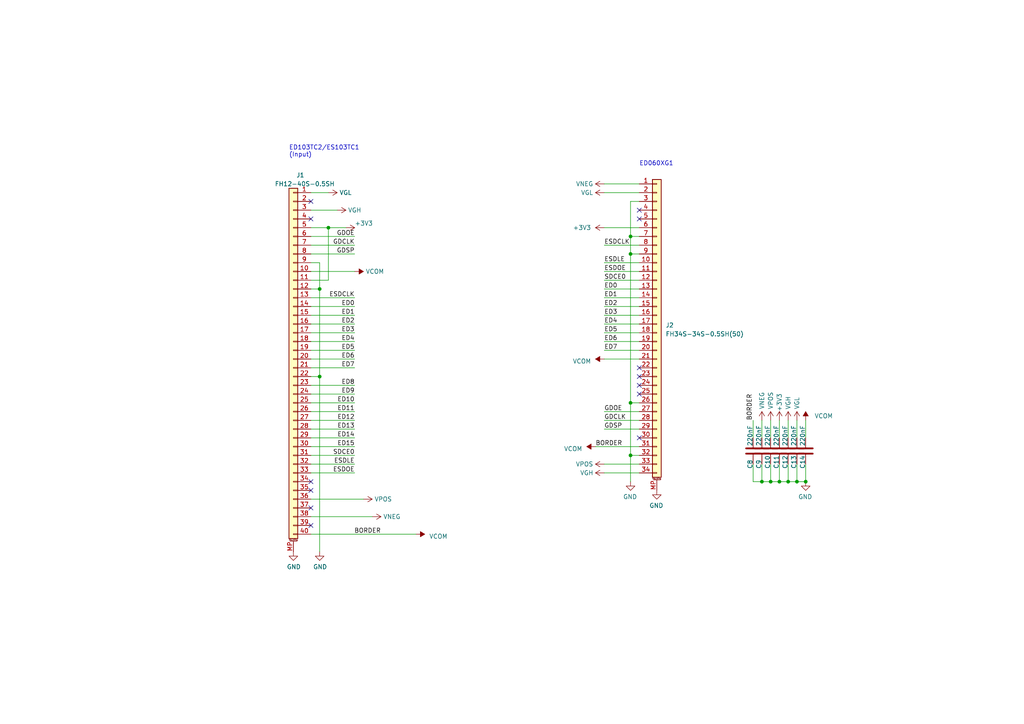
<source format=kicad_sch>
(kicad_sch (version 20211123) (generator eeschema)
  (paper "A4")
  (lib_symbols
    (symbol "Connector_Generic_MountingPin:Conn_01x34_MountingPin" (pin_names (offset 1.016) hide)
      (property "Reference" "J" (at 0 43.18 0))
      (property "Value" "Conn_01x34_MountingPin" (at 1.27 -45.72 0))
      (symbol "Conn_01x34_MountingPin_1_1"
        (rectangle (start -1.27 -43.053) (end 0 -43.307) (stroke (width 0.1524)))
        (rectangle (start -1.27 -40.513) (end 0 -40.767) (stroke (width 0.1524)))
        (rectangle (start -1.27 -37.973) (end 0 -38.227) (stroke (width 0.1524)))
        (rectangle (start -1.27 -35.433) (end 0 -35.687) (stroke (width 0.1524)))
        (rectangle (start -1.27 -32.893) (end 0 -33.147) (stroke (width 0.1524)))
        (rectangle (start -1.27 -30.353) (end 0 -30.607) (stroke (width 0.1524)))
        (rectangle (start -1.27 -27.813) (end 0 -28.067) (stroke (width 0.1524)))
        (rectangle (start -1.27 -25.273) (end 0 -25.527) (stroke (width 0.1524)))
        (rectangle (start -1.27 -22.733) (end 0 -22.987) (stroke (width 0.1524)))
        (rectangle (start -1.27 -20.193) (end 0 -20.447) (stroke (width 0.1524)))
        (rectangle (start -1.27 -17.653) (end 0 -17.907) (stroke (width 0.1524)))
        (rectangle (start -1.27 -15.113) (end 0 -15.367) (stroke (width 0.1524)))
        (rectangle (start -1.27 -12.573) (end 0 -12.827) (stroke (width 0.1524)))
        (rectangle (start -1.27 -10.033) (end 0 -10.287) (stroke (width 0.1524)))
        (rectangle (start -1.27 -7.493) (end 0 -7.747) (stroke (width 0.1524)))
        (rectangle (start -1.27 -4.953) (end 0 -5.207) (stroke (width 0.1524)))
        (rectangle (start -1.27 -2.413) (end 0 -2.667) (stroke (width 0.1524)))
        (rectangle (start -1.27 0.127) (end 0 -0.127) (stroke (width 0.1524)))
        (rectangle (start -1.27 2.667) (end 0 2.413) (stroke (width 0.1524)))
        (rectangle (start -1.27 5.207) (end 0 4.953) (stroke (width 0.1524)))
        (rectangle (start -1.27 7.747) (end 0 7.493) (stroke (width 0.1524)))
        (rectangle (start -1.27 10.287) (end 0 10.033) (stroke (width 0.1524)))
        (rectangle (start -1.27 12.827) (end 0 12.573) (stroke (width 0.1524)))
        (rectangle (start -1.27 15.367) (end 0 15.113) (stroke (width 0.1524)))
        (rectangle (start -1.27 17.907) (end 0 17.653) (stroke (width 0.1524)))
        (rectangle (start -1.27 20.447) (end 0 20.193) (stroke (width 0.1524)))
        (rectangle (start -1.27 22.987) (end 0 22.733) (stroke (width 0.1524)))
        (rectangle (start -1.27 25.527) (end 0 25.273) (stroke (width 0.1524)))
        (rectangle (start -1.27 28.067) (end 0 27.813) (stroke (width 0.1524)))
        (rectangle (start -1.27 30.607) (end 0 30.353) (stroke (width 0.1524)))
        (rectangle (start -1.27 33.147) (end 0 32.893) (stroke (width 0.1524)))
        (rectangle (start -1.27 35.687) (end 0 35.433) (stroke (width 0.1524)))
        (rectangle (start -1.27 38.227) (end 0 37.973) (stroke (width 0.1524)))
        (rectangle (start -1.27 40.767) (end 0 40.513) (stroke (width 0.1524)))
        (rectangle (start -1.27 41.91) (end 1.27 -44.45) (stroke (width 0.254)) (fill (type background)))
        (polyline (pts (xy -1.016 -45.212) (xy 1.016 -45.212)) (stroke (width 0.1524)))
        (text "Mounting" (at 0 -44.831 0) (effects (font (size 0.381 0.381))))
        (pin passive line (at -5.08 40.64 0) (length 3.81) (name "Pin_1") (number "1"))
        (pin passive line (at -5.08 17.78 0) (length 3.81) (name "Pin_10") (number "10"))
        (pin passive line (at -5.08 15.24 0) (length 3.81) (name "Pin_11") (number "11"))
        (pin passive line (at -5.08 12.7 0) (length 3.81) (name "Pin_12") (number "12"))
        (pin passive line (at -5.08 10.16 0) (length 3.81) (name "Pin_13") (number "13"))
        (pin passive line (at -5.08 7.62 0) (length 3.81) (name "Pin_14") (number "14"))
        (pin passive line (at -5.08 5.08 0) (length 3.81) (name "Pin_15") (number "15"))
        (pin passive line (at -5.08 2.54 0) (length 3.81) (name "Pin_16") (number "16"))
        (pin passive line (at -5.08 0 0) (length 3.81) (name "Pin_17") (number "17"))
        (pin passive line (at -5.08 -2.54 0) (length 3.81) (name "Pin_18") (number "18"))
        (pin passive line (at -5.08 -5.08 0) (length 3.81) (name "Pin_19") (number "19"))
        (pin passive line (at -5.08 38.1 0) (length 3.81) (name "Pin_2") (number "2"))
        (pin passive line (at -5.08 -7.62 0) (length 3.81) (name "Pin_20") (number "20"))
        (pin passive line (at -5.08 -10.16 0) (length 3.81) (name "Pin_21") (number "21"))
        (pin passive line (at -5.08 -12.7 0) (length 3.81) (name "Pin_22") (number "22"))
        (pin passive line (at -5.08 -15.24 0) (length 3.81) (name "Pin_23") (number "23"))
        (pin passive line (at -5.08 -17.78 0) (length 3.81) (name "Pin_24") (number "24"))
        (pin passive line (at -5.08 -20.32 0) (length 3.81) (name "Pin_25") (number "25"))
        (pin passive line (at -5.08 -22.86 0) (length 3.81) (name "Pin_26") (number "26"))
        (pin passive line (at -5.08 -25.4 0) (length 3.81) (name "Pin_27") (number "27"))
        (pin passive line (at -5.08 -27.94 0) (length 3.81) (name "Pin_28") (number "28"))
        (pin passive line (at -5.08 -30.48 0) (length 3.81) (name "Pin_29") (number "29"))
        (pin passive line (at -5.08 35.56 0) (length 3.81) (name "Pin_3") (number "3"))
        (pin passive line (at -5.08 -33.02 0) (length 3.81) (name "Pin_30") (number "30"))
        (pin passive line (at -5.08 -35.56 0) (length 3.81) (name "Pin_31") (number "31"))
        (pin passive line (at -5.08 -38.1 0) (length 3.81) (name "Pin_32") (number "32"))
        (pin passive line (at -5.08 -40.64 0) (length 3.81) (name "Pin_33") (number "33"))
        (pin passive line (at -5.08 -43.18 0) (length 3.81) (name "Pin_34") (number "34"))
        (pin passive line (at -5.08 33.02 0) (length 3.81) (name "Pin_4") (number "4"))
        (pin passive line (at -5.08 30.48 0) (length 3.81) (name "Pin_5") (number "5"))
        (pin passive line (at -5.08 27.94 0) (length 3.81) (name "Pin_6") (number "6"))
        (pin passive line (at -5.08 25.4 0) (length 3.81) (name "Pin_7") (number "7"))
        (pin passive line (at -5.08 22.86 0) (length 3.81) (name "Pin_8") (number "8"))
        (pin passive line (at -5.08 20.32 0) (length 3.81) (name "Pin_9") (number "9"))
        (pin passive line (at 0 -48.26 90) (length 3.048) (name "MountPin") (number "MP"))
      )
    )
    (symbol "Connector_Generic_MountingPin:Conn_01x40_MountingPin" (pin_names (offset 1.016) hide)
      (property "Reference" "J" (at 0 50.8 0))
      (property "Value" "Conn_01x40_MountingPin" (at 1.27 -53.34 0))
      (symbol "Conn_01x40_MountingPin_1_1"
        (rectangle (start -1.27 -50.673) (end 0 -50.927) (stroke (width 0.1524)))
        (rectangle (start -1.27 -48.133) (end 0 -48.387) (stroke (width 0.1524)))
        (rectangle (start -1.27 -45.593) (end 0 -45.847) (stroke (width 0.1524)))
        (rectangle (start -1.27 -43.053) (end 0 -43.307) (stroke (width 0.1524)))
        (rectangle (start -1.27 -40.513) (end 0 -40.767) (stroke (width 0.1524)))
        (rectangle (start -1.27 -37.973) (end 0 -38.227) (stroke (width 0.1524)))
        (rectangle (start -1.27 -35.433) (end 0 -35.687) (stroke (width 0.1524)))
        (rectangle (start -1.27 -32.893) (end 0 -33.147) (stroke (width 0.1524)))
        (rectangle (start -1.27 -30.353) (end 0 -30.607) (stroke (width 0.1524)))
        (rectangle (start -1.27 -27.813) (end 0 -28.067) (stroke (width 0.1524)))
        (rectangle (start -1.27 -25.273) (end 0 -25.527) (stroke (width 0.1524)))
        (rectangle (start -1.27 -22.733) (end 0 -22.987) (stroke (width 0.1524)))
        (rectangle (start -1.27 -20.193) (end 0 -20.447) (stroke (width 0.1524)))
        (rectangle (start -1.27 -17.653) (end 0 -17.907) (stroke (width 0.1524)))
        (rectangle (start -1.27 -15.113) (end 0 -15.367) (stroke (width 0.1524)))
        (rectangle (start -1.27 -12.573) (end 0 -12.827) (stroke (width 0.1524)))
        (rectangle (start -1.27 -10.033) (end 0 -10.287) (stroke (width 0.1524)))
        (rectangle (start -1.27 -7.493) (end 0 -7.747) (stroke (width 0.1524)))
        (rectangle (start -1.27 -4.953) (end 0 -5.207) (stroke (width 0.1524)))
        (rectangle (start -1.27 -2.413) (end 0 -2.667) (stroke (width 0.1524)))
        (rectangle (start -1.27 0.127) (end 0 -0.127) (stroke (width 0.1524)))
        (rectangle (start -1.27 2.667) (end 0 2.413) (stroke (width 0.1524)))
        (rectangle (start -1.27 5.207) (end 0 4.953) (stroke (width 0.1524)))
        (rectangle (start -1.27 7.747) (end 0 7.493) (stroke (width 0.1524)))
        (rectangle (start -1.27 10.287) (end 0 10.033) (stroke (width 0.1524)))
        (rectangle (start -1.27 12.827) (end 0 12.573) (stroke (width 0.1524)))
        (rectangle (start -1.27 15.367) (end 0 15.113) (stroke (width 0.1524)))
        (rectangle (start -1.27 17.907) (end 0 17.653) (stroke (width 0.1524)))
        (rectangle (start -1.27 20.447) (end 0 20.193) (stroke (width 0.1524)))
        (rectangle (start -1.27 22.987) (end 0 22.733) (stroke (width 0.1524)))
        (rectangle (start -1.27 25.527) (end 0 25.273) (stroke (width 0.1524)))
        (rectangle (start -1.27 28.067) (end 0 27.813) (stroke (width 0.1524)))
        (rectangle (start -1.27 30.607) (end 0 30.353) (stroke (width 0.1524)))
        (rectangle (start -1.27 33.147) (end 0 32.893) (stroke (width 0.1524)))
        (rectangle (start -1.27 35.687) (end 0 35.433) (stroke (width 0.1524)))
        (rectangle (start -1.27 38.227) (end 0 37.973) (stroke (width 0.1524)))
        (rectangle (start -1.27 40.767) (end 0 40.513) (stroke (width 0.1524)))
        (rectangle (start -1.27 43.307) (end 0 43.053) (stroke (width 0.1524)))
        (rectangle (start -1.27 45.847) (end 0 45.593) (stroke (width 0.1524)))
        (rectangle (start -1.27 48.387) (end 0 48.133) (stroke (width 0.1524)))
        (rectangle (start -1.27 49.53) (end 1.27 -52.07) (stroke (width 0.254)) (fill (type background)))
        (polyline (pts (xy -1.016 -52.832) (xy 1.016 -52.832)) (stroke (width 0.1524)))
        (text "Mounting" (at 0 -52.451 0) (effects (font (size 0.381 0.381))))
        (pin passive line (at -5.08 48.26 0) (length 3.81) (name "Pin_1") (number "1"))
        (pin passive line (at -5.08 25.4 0) (length 3.81) (name "Pin_10") (number "10"))
        (pin passive line (at -5.08 22.86 0) (length 3.81) (name "Pin_11") (number "11"))
        (pin passive line (at -5.08 20.32 0) (length 3.81) (name "Pin_12") (number "12"))
        (pin passive line (at -5.08 17.78 0) (length 3.81) (name "Pin_13") (number "13"))
        (pin passive line (at -5.08 15.24 0) (length 3.81) (name "Pin_14") (number "14"))
        (pin passive line (at -5.08 12.7 0) (length 3.81) (name "Pin_15") (number "15"))
        (pin passive line (at -5.08 10.16 0) (length 3.81) (name "Pin_16") (number "16"))
        (pin passive line (at -5.08 7.62 0) (length 3.81) (name "Pin_17") (number "17"))
        (pin passive line (at -5.08 5.08 0) (length 3.81) (name "Pin_18") (number "18"))
        (pin passive line (at -5.08 2.54 0) (length 3.81) (name "Pin_19") (number "19"))
        (pin passive line (at -5.08 45.72 0) (length 3.81) (name "Pin_2") (number "2"))
        (pin passive line (at -5.08 0 0) (length 3.81) (name "Pin_20") (number "20"))
        (pin passive line (at -5.08 -2.54 0) (length 3.81) (name "Pin_21") (number "21"))
        (pin passive line (at -5.08 -5.08 0) (length 3.81) (name "Pin_22") (number "22"))
        (pin passive line (at -5.08 -7.62 0) (length 3.81) (name "Pin_23") (number "23"))
        (pin passive line (at -5.08 -10.16 0) (length 3.81) (name "Pin_24") (number "24"))
        (pin passive line (at -5.08 -12.7 0) (length 3.81) (name "Pin_25") (number "25"))
        (pin passive line (at -5.08 -15.24 0) (length 3.81) (name "Pin_26") (number "26"))
        (pin passive line (at -5.08 -17.78 0) (length 3.81) (name "Pin_27") (number "27"))
        (pin passive line (at -5.08 -20.32 0) (length 3.81) (name "Pin_28") (number "28"))
        (pin passive line (at -5.08 -22.86 0) (length 3.81) (name "Pin_29") (number "29"))
        (pin passive line (at -5.08 43.18 0) (length 3.81) (name "Pin_3") (number "3"))
        (pin passive line (at -5.08 -25.4 0) (length 3.81) (name "Pin_30") (number "30"))
        (pin passive line (at -5.08 -27.94 0) (length 3.81) (name "Pin_31") (number "31"))
        (pin passive line (at -5.08 -30.48 0) (length 3.81) (name "Pin_32") (number "32"))
        (pin passive line (at -5.08 -33.02 0) (length 3.81) (name "Pin_33") (number "33"))
        (pin passive line (at -5.08 -35.56 0) (length 3.81) (name "Pin_34") (number "34"))
        (pin passive line (at -5.08 -38.1 0) (length 3.81) (name "Pin_35") (number "35"))
        (pin passive line (at -5.08 -40.64 0) (length 3.81) (name "Pin_36") (number "36"))
        (pin passive line (at -5.08 -43.18 0) (length 3.81) (name "Pin_37") (number "37"))
        (pin passive line (at -5.08 -45.72 0) (length 3.81) (name "Pin_38") (number "38"))
        (pin passive line (at -5.08 -48.26 0) (length 3.81) (name "Pin_39") (number "39"))
        (pin passive line (at -5.08 40.64 0) (length 3.81) (name "Pin_4") (number "4"))
        (pin passive line (at -5.08 -50.8 0) (length 3.81) (name "Pin_40") (number "40"))
        (pin passive line (at -5.08 38.1 0) (length 3.81) (name "Pin_5") (number "5"))
        (pin passive line (at -5.08 35.56 0) (length 3.81) (name "Pin_6") (number "6"))
        (pin passive line (at -5.08 33.02 0) (length 3.81) (name "Pin_7") (number "7"))
        (pin passive line (at -5.08 30.48 0) (length 3.81) (name "Pin_8") (number "8"))
        (pin passive line (at -5.08 27.94 0) (length 3.81) (name "Pin_9") (number "9"))
        (pin passive line (at 0 -55.88 90) (length 3.048) (name "MountPin") (number "MP"))
      )
    )
    (symbol "Device:C" (pin_numbers hide) (pin_names (offset 0.254))
      (property "Reference" "C" (at 0.635 2.54 0))
      (property "Value" "C" (at 0.635 -2.54 0))
      (symbol "C_0_1"
        (polyline (pts (xy -2.032 -0.762) (xy 2.032 -0.762)) (stroke (width 0.508)))
        (polyline (pts (xy -2.032 0.762) (xy 2.032 0.762)) (stroke (width 0.508)))
      )
      (symbol "C_1_1"
        (pin passive line (at 0 3.81 270) (length 2.794) (name "~") (number "1"))
        (pin passive line (at 0 -3.81 90) (length 2.794) (name "~") (number "2"))
      )
    )
    (symbol "power:+3V3" (power) (pin_names (offset 0))
      (property "Value" "+3V3" (at 0 3.556 0))
      (symbol "+3V3_0_1"
        (polyline (pts (xy -0.762 1.27) (xy 0 2.54)))
        (polyline (pts (xy 0 0) (xy 0 2.54)))
        (polyline (pts (xy 0 2.54) (xy 0.762 1.27)))
      )
      (symbol "+3V3_1_1"
        (pin power_in line (at 0 0 90) (length 0) hide (name "+3V3") (number "1"))
      )
    )
    (symbol "power:GND" (power) (pin_names (offset 0))
      (property "Value" "GND" (at 0 -3.81 0))
      (symbol "GND_0_1"
        (polyline (pts (xy 0 0) (xy 0 -1.27) (xy 1.27 -1.27) (xy 0 -2.54) (xy -1.27 -1.27) (xy 0 -1.27)))
      )
      (symbol "GND_1_1"
        (pin power_in line (at 0 0 270) (length 0) hide (name "GND") (number "1"))
      )
    )
    (symbol "power:VCOM" (power) (pin_names (offset 0))
      (property "Value" "VCOM" (at 0 3.81 0))
      (symbol "VCOM_0_1"
        (polyline (pts (xy 0 0) (xy 0 2.54)))
        (polyline (pts (xy 0.762 1.27) (xy -0.762 1.27) (xy 0 2.54) (xy 0.762 1.27)) (fill (type outline)))
      )
      (symbol "VCOM_1_1"
        (pin power_in line (at 0 0 90) (length 0) hide (name "VCOM") (number "1"))
      )
    )
    (symbol "symbols:VGH" (power) (pin_names (offset 0))
      (property "Value" "VGH" (at 0 3.556 0))
      (symbol "VGH_0_1"
        (polyline (pts (xy -0.762 1.27) (xy 0 2.54)))
        (polyline (pts (xy 0 0) (xy 0 2.54)))
        (polyline (pts (xy 0 2.54) (xy 0.762 1.27)))
      )
      (symbol "VGH_1_1"
        (pin power_in line (at 0 0 90) (length 0) hide (name "VGH") (number "1"))
      )
    )
    (symbol "symbols:VGL" (power) (pin_names (offset 0))
      (property "Value" "VGL" (at 0 3.556 0))
      (symbol "VGL_0_1"
        (polyline (pts (xy -0.762 1.27) (xy 0 2.54)))
        (polyline (pts (xy 0 0) (xy 0 2.54)))
        (polyline (pts (xy 0 2.54) (xy 0.762 1.27)))
      )
      (symbol "VGL_1_1"
        (pin power_in line (at 0 0 90) (length 0) hide (name "VGL") (number "1"))
      )
    )
    (symbol "symbols:VNEG" (power) (pin_names (offset 0))
      (property "Value" "VNEG" (at 0 3.556 0))
      (symbol "VNEG_0_1"
        (polyline (pts (xy -0.762 1.27) (xy 0 2.54)))
        (polyline (pts (xy 0 0) (xy 0 2.54)))
        (polyline (pts (xy 0 2.54) (xy 0.762 1.27)))
      )
      (symbol "VNEG_1_1"
        (pin power_in line (at 0 0 90) (length 0) hide (name "VNEG") (number "1"))
      )
    )
    (symbol "symbols:VPOS" (power) (pin_names (offset 0))
      (property "Value" "VPOS" (at 0 3.556 0))
      (symbol "VPOS_0_1"
        (polyline (pts (xy -0.762 1.27) (xy 0 2.54)))
        (polyline (pts (xy 0 0) (xy 0 2.54)))
        (polyline (pts (xy 0 2.54) (xy 0.762 1.27)))
      )
      (symbol "VPOS_1_1"
        (pin power_in line (at 0 0 90) (length 0) hide (name "VPOS") (number "1"))
      )
    )
  )
  (junction (at 226.06 139.7) (diameter 0.9144))
  (junction (at 228.6 139.7) (diameter 0.9144))
  (junction (at 182.88 73.66))
  (junction (at 233.68 139.7) (diameter 0.9144))
  (junction (at 182.88 68.58))
  (junction (at 220.98 139.7) (diameter 0.9144))
  (junction (at 92.71 83.82) (diameter 0.9144))
  (junction (at 223.52 139.7) (diameter 0.9144))
  (junction (at 95.25 66.04))
  (junction (at 182.88 132.08))
  (junction (at 92.71 109.22) (diameter 0.9144))
  (junction (at 231.14 139.7) (diameter 0.9144))
  (junction (at 182.88 116.84))
  (no_connect (at 185.42 127))
  (no_connect (at 90.17 139.7))
  (no_connect (at 185.42 114.3))
  (no_connect (at 185.42 111.76))
  (no_connect (at 185.42 109.22))
  (no_connect (at 185.42 106.68))
  (no_connect (at 90.17 147.32))
  (no_connect (at 185.42 63.5))
  (no_connect (at 185.42 60.96))
  (no_connect (at 90.17 58.42))
  (no_connect (at 90.17 142.24))
  (no_connect (at 90.17 152.4))
  (no_connect (at 90.17 63.5))
  (wire (pts (xy 218.44 139.7) (xy 220.98 139.7)))
  (wire (pts (xy 175.26 104.14) (xy 185.42 104.14)))
  (wire (pts (xy 107.95 149.86) (xy 90.17 149.86)))
  (wire (pts (xy 182.88 73.66) (xy 185.42 73.66)))
  (wire (pts (xy 90.17 88.9) (xy 102.87 88.9)))
  (wire (pts (xy 231.14 139.7) (xy 233.68 139.7)))
  (wire (pts (xy 90.17 91.44) (xy 102.87 91.44)))
  (wire (pts (xy 233.68 134.62) (xy 233.68 139.7)))
  (wire (pts (xy 182.88 132.08) (xy 182.88 139.7)))
  (wire (pts (xy 90.17 124.46) (xy 102.87 124.46)))
  (wire (pts (xy 90.17 154.94) (xy 120.65 154.94)))
  (wire (pts (xy 90.17 104.14) (xy 102.87 104.14)))
  (wire (pts (xy 218.44 134.62) (xy 218.44 139.7)))
  (wire (pts (xy 90.17 129.54) (xy 102.87 129.54)))
  (wire (pts (xy 175.26 83.82) (xy 185.42 83.82)))
  (wire (pts (xy 228.6 121.92) (xy 228.6 127)))
  (wire (pts (xy 95.25 81.28) (xy 90.17 81.28)))
  (wire (pts (xy 90.17 116.84) (xy 102.87 116.84)))
  (wire (pts (xy 90.17 111.76) (xy 102.87 111.76)))
  (wire (pts (xy 175.26 101.6) (xy 185.42 101.6)))
  (wire (pts (xy 175.26 71.12) (xy 185.42 71.12)))
  (wire (pts (xy 185.42 58.42) (xy 182.88 58.42)))
  (wire (pts (xy 175.26 96.52) (xy 185.42 96.52)))
  (wire (pts (xy 90.17 86.36) (xy 102.87 86.36)))
  (wire (pts (xy 228.6 134.62) (xy 228.6 139.7)))
  (wire (pts (xy 226.06 134.62) (xy 226.06 139.7)))
  (wire (pts (xy 175.26 76.2) (xy 185.42 76.2)))
  (wire (pts (xy 185.42 121.92) (xy 175.26 121.92)))
  (wire (pts (xy 90.17 137.16) (xy 102.87 137.16)))
  (wire (pts (xy 90.17 132.08) (xy 102.87 132.08)))
  (wire (pts (xy 226.06 121.92) (xy 226.06 127)))
  (wire (pts (xy 95.25 55.88) (xy 90.17 55.88)))
  (wire (pts (xy 172.72 129.54) (xy 185.42 129.54)))
  (wire (pts (xy 218.44 121.92) (xy 218.44 127)))
  (wire (pts (xy 175.26 91.44) (xy 185.42 91.44)))
  (wire (pts (xy 90.17 134.62) (xy 102.87 134.62)))
  (wire (pts (xy 90.17 101.6) (xy 102.87 101.6)))
  (wire (pts (xy 220.98 139.7) (xy 223.52 139.7)))
  (wire (pts (xy 92.71 83.82) (xy 90.17 83.82)))
  (wire (pts (xy 185.42 119.38) (xy 175.26 119.38)))
  (wire (pts (xy 175.26 66.04) (xy 185.42 66.04)))
  (wire (pts (xy 105.41 144.78) (xy 90.17 144.78)))
  (wire (pts (xy 92.71 76.2) (xy 92.71 83.82)))
  (wire (pts (xy 90.17 76.2) (xy 92.71 76.2)))
  (wire (pts (xy 220.98 121.92) (xy 220.98 127)))
  (wire (pts (xy 95.25 66.04) (xy 95.25 81.28)))
  (wire (pts (xy 182.88 73.66) (xy 182.88 116.84)))
  (wire (pts (xy 90.17 96.52) (xy 102.87 96.52)))
  (wire (pts (xy 223.52 139.7) (xy 226.06 139.7)))
  (wire (pts (xy 90.17 106.68) (xy 102.87 106.68)))
  (wire (pts (xy 231.14 134.62) (xy 231.14 139.7)))
  (wire (pts (xy 182.88 68.58) (xy 185.42 68.58)))
  (wire (pts (xy 182.88 132.08) (xy 185.42 132.08)))
  (wire (pts (xy 175.26 55.88) (xy 185.42 55.88)))
  (wire (pts (xy 102.87 78.74) (xy 90.17 78.74)))
  (wire (pts (xy 185.42 124.46) (xy 175.26 124.46)))
  (wire (pts (xy 90.17 114.3) (xy 102.87 114.3)))
  (wire (pts (xy 175.26 137.16) (xy 185.42 137.16)))
  (wire (pts (xy 175.26 99.06) (xy 185.42 99.06)))
  (wire (pts (xy 97.79 60.96) (xy 90.17 60.96)))
  (wire (pts (xy 175.26 78.74) (xy 185.42 78.74)))
  (wire (pts (xy 175.26 86.36) (xy 185.42 86.36)))
  (wire (pts (xy 220.98 134.62) (xy 220.98 139.7)))
  (wire (pts (xy 90.17 121.92) (xy 102.87 121.92)))
  (wire (pts (xy 175.26 88.9) (xy 185.42 88.9)))
  (wire (pts (xy 233.68 121.92) (xy 233.68 127)))
  (wire (pts (xy 231.14 121.92) (xy 231.14 127)))
  (wire (pts (xy 100.33 66.04) (xy 95.25 66.04)))
  (wire (pts (xy 228.6 139.7) (xy 231.14 139.7)))
  (wire (pts (xy 90.17 71.12) (xy 102.87 71.12)))
  (wire (pts (xy 182.88 116.84) (xy 182.88 132.08)))
  (wire (pts (xy 90.17 73.66) (xy 102.87 73.66)))
  (wire (pts (xy 223.52 121.92) (xy 223.52 127)))
  (wire (pts (xy 92.71 83.82) (xy 92.71 109.22)))
  (wire (pts (xy 92.71 109.22) (xy 92.71 160.02)))
  (wire (pts (xy 175.26 134.62) (xy 185.42 134.62)))
  (wire (pts (xy 90.17 119.38) (xy 102.87 119.38)))
  (wire (pts (xy 223.52 134.62) (xy 223.52 139.7)))
  (wire (pts (xy 226.06 139.7) (xy 228.6 139.7)))
  (wire (pts (xy 175.26 81.28) (xy 185.42 81.28)))
  (wire (pts (xy 92.71 109.22) (xy 90.17 109.22)))
  (wire (pts (xy 175.26 93.98) (xy 185.42 93.98)))
  (wire (pts (xy 90.17 68.58) (xy 102.87 68.58)))
  (wire (pts (xy 90.17 99.06) (xy 102.87 99.06)))
  (wire (pts (xy 95.25 66.04) (xy 90.17 66.04)))
  (wire (pts (xy 182.88 116.84) (xy 185.42 116.84)))
  (wire (pts (xy 90.17 127) (xy 102.87 127)))
  (wire (pts (xy 90.17 93.98) (xy 102.87 93.98)))
  (wire (pts (xy 182.88 58.42) (xy 182.88 68.58)))
  (wire (pts (xy 182.88 68.58) (xy 182.88 73.66)))
  (wire (pts (xy 175.26 53.34) (xy 185.42 53.34)))
  (text "ED103TC2/ES103TC1\n(Input)" (at 83.82 45.72 0) (effects (font (size 1.27 1.27)) (justify left bottom)))
  (text "ED060XG1" (at 185.42 48.26 0) (effects (font (size 1.27 1.27)) (justify left bottom)))
  (label "BORDER" (at 172.72 129.54 0))
  (label "ED10" (at 102.87 116.84 180))
  (label "ED3" (at 175.26 91.44 0))
  (label "ESDOE" (at 102.87 137.16 180))
  (label "ED4" (at 175.26 93.98 0))
  (label "ED2" (at 175.26 88.9 0))
  (label "ED15" (at 102.87 129.54 180))
  (label "GDSP" (at 175.26 124.46 0))
  (label "GDCLK" (at 175.26 121.92 0))
  (label "ED12" (at 102.87 121.92 180))
  (label "ESDOE" (at 175.26 78.74 0))
  (label "ESDCLK" (at 102.87 86.36 180))
  (label "ED2" (at 102.87 93.98 180))
  (label "GDOE" (at 102.87 68.58 180))
  (label "ED7" (at 175.26 101.6 0))
  (label "ED11" (at 102.87 119.38 180))
  (label "ED13" (at 102.87 124.46 180))
  (label "ED5" (at 175.26 96.52 0))
  (label "ED3" (at 102.87 96.52 180))
  (label "ESDLE" (at 175.26 76.2 0))
  (label "ESDCLK" (at 175.26 71.12 0))
  (label "ED4" (at 102.87 99.06 180))
  (label "GDSP" (at 102.87 73.66 180))
  (label "ED1" (at 175.26 86.36 0))
  (label "ED9" (at 102.87 114.3 180))
  (label "ESDLE" (at 102.87 134.62 180))
  (label "ED1" (at 102.87 91.44 180))
  (label "ED14" (at 102.87 127 180))
  (label "SDCE0" (at 102.87 132.08 180))
  (label "GDCLK" (at 102.87 71.12 180))
  (label "ED5" (at 102.87 101.6 180))
  (label "BORDER" (at 110.49 154.94 180))
  (label "SDCE0" (at 175.26 81.28 0))
  (label "ED6" (at 102.87 104.14 180))
  (label "ED0" (at 102.87 88.9 180))
  (label "GDOE" (at 175.26 119.38 0))
  (label "ED6" (at 175.26 99.06 0))
  (label "ED0" (at 175.26 83.82 0))
  (label "ED8" (at 102.87 111.76 180))
  (label "BORDER" (at 218.44 121.92 90))
  (label "ED7" (at 102.87 106.68 180))
  (symbol (lib_id "power:GND") (at 233.68 139.7 0) (mirror y) (unit 1)
    (property "Reference" "#PWR036" (effects hide))
    (property "Value" "GND" (at 233.553 144.0942 0))
  )
  (symbol (lib_id "power:+3V3") (at 175.26 66.04 90) (unit 1)
    (property "Reference" "#PWR023" (effects hide))
    (property "Value" "+3V3" (at 171.45 66.0399 90) (effects (justify left)))
  )
  (symbol (lib_id "Device:C") (at 223.52 130.81 0) (unit 1)
    (property "Reference" "C10" (at 222.631 135.9916 90) (effects (justify left)))
    (property "Value" "220nF" (at 222.631 129.413 90) (effects (justify left)))
    (property "Footprint" "Capacitor_SMD:C_0402_1005Metric" (effects hide))
    (property "LCSC" "C880414" (effects hide))
    (property "Ref.Price" "0.0036" (effects hide))
  )
  (symbol (lib_id "Device:C") (at 231.14 130.81 0) (unit 1)
    (property "Reference" "C13" (at 230.251 135.9916 90) (effects (justify left)))
    (property "Value" "220nF" (at 230.251 129.413 90) (effects (justify left)))
    (property "Footprint" "Capacitor_SMD:C_0402_1005Metric" (effects hide))
    (property "LCSC" "C880414" (effects hide))
    (property "Ref.Price" "0.0036" (effects hide))
  )
  (symbol (lib_id "power:GND") (at 190.5 142.24 0) (mirror y) (unit 1)
    (property "Reference" "#PWR0102" (effects hide))
    (property "Value" "GND" (at 190.373 146.6342 0))
  )
  (symbol (lib_id "Device:C") (at 226.06 130.81 0) (unit 1)
    (property "Reference" "C11" (at 225.171 135.9916 90) (effects (justify left)))
    (property "Value" "220nF" (at 225.171 129.413 90) (effects (justify left)))
    (property "Footprint" "Capacitor_SMD:C_0402_1005Metric" (effects hide))
    (property "LCSC" "C880414" (effects hide))
    (property "Ref.Price" "0.0036" (effects hide))
  )
  (symbol (lib_id "power:+3V3") (at 226.06 121.92 0) (unit 1)
    (property "Reference" "#PWR032" (effects hide))
    (property "Value" "+3V3" (at 226.06 119.3799 90) (effects (justify left)))
  )
  (symbol (lib_id "power:+3V3") (at 100.33 66.04 270) (unit 1)
    (property "Reference" "#PWR0101" (effects hide))
    (property "Value" "+3V3" (at 102.87 64.77 90) (effects (justify left)))
  )
  (symbol (lib_id "Device:C") (at 220.98 130.81 0) (unit 1)
    (property "Reference" "C9" (at 220.091 135.9916 90) (effects (justify left)))
    (property "Value" "220nF" (at 220.091 129.413 90) (effects (justify left)))
    (property "Footprint" "Capacitor_SMD:C_0402_1005Metric" (effects hide))
    (property "LCSC" "C880414" (effects hide))
    (property "Ref.Price" "0.0036" (effects hide))
  )
  (symbol (lib_id "power:VCOM") (at 175.26 104.14 90) (unit 1)
    (property "Reference" "#PWR024" (effects hide))
    (property "Value" "VCOM" (at 171.45 104.7749 90) (effects (justify left)))
  )
  (symbol (lib_id "symbols:VGL") (at 175.26 55.88 90) (unit 1)
    (property "Reference" "#PWR026" (effects hide))
    (property "Value" "VGL" (at 172.085 55.8799 90) (effects (justify left)))
  )
  (symbol (lib_id "symbols:VGH") (at 175.26 137.16 90) (unit 1)
    (property "Reference" "#PWR025" (effects hide))
    (property "Value" "VGH" (at 170.18 137.16 90))
  )
  (symbol (lib_id "power:GND") (at 182.88 139.7 0) (mirror y) (unit 1)
    (property "Reference" "#PWR0103" (effects hide))
    (property "Value" "GND" (at 182.753 144.0942 0))
  )
  (symbol (lib_id "symbols:VGL") (at 95.25 55.88 270) (mirror x) (unit 1)
    (property "Reference" "#PWR03" (effects hide))
    (property "Value" "VGL" (at 98.425 55.8799 90) (effects (justify left)))
  )
  (symbol (lib_id "symbols:VGH") (at 97.79 60.96 270) (mirror x) (unit 1)
    (property "Reference" "#PWR05" (effects hide))
    (property "Value" "VGH" (at 102.87 60.96 90))
  )
  (symbol (lib_id "symbols:VNEG") (at 107.95 149.86 270) (mirror x) (unit 1)
    (property "Reference" "#PWR09" (effects hide))
    (property "Value" "VNEG" (at 113.665 149.86 90))
  )
  (symbol (lib_id "power:VCOM") (at 120.65 154.94 270) (mirror x) (unit 1)
    (property "Reference" "#PWR010" (effects hide))
    (property "Value" "VCOM" (at 124.46 155.5749 90) (effects (justify left)))
  )
  (symbol (lib_id "Device:C") (at 218.44 130.81 0) (unit 1)
    (property "Reference" "C8" (at 217.551 135.9916 90) (effects (justify left)))
    (property "Value" "220nF" (at 217.551 129.413 90) (effects (justify left)))
    (property "Footprint" "Capacitor_SMD:C_0402_1005Metric" (effects hide))
    (property "LCSC" "C880414" (effects hide))
    (property "Ref.Price" "0.0036" (effects hide))
  )
  (symbol (lib_id "symbols:VNEG") (at 220.98 121.92 0) (unit 1)
    (property "Reference" "#PWR030" (effects hide))
    (property "Value" "VNEG" (at 220.98 116.205 90))
  )
  (symbol (lib_id "power:VCOM") (at 172.72 129.54 90) (unit 1)
    (property "Reference" "#PWR020" (effects hide))
    (property "Value" "VCOM" (at 168.91 130.1749 90) (effects (justify left)))
  )
  (symbol (lib_id "symbols:VGH") (at 228.6 121.92 0) (unit 1)
    (property "Reference" "#PWR033" (effects hide))
    (property "Value" "VGH" (at 228.6 116.84 90))
  )
  (symbol (lib_id "Connector_Generic_MountingPin:Conn_01x34_MountingPin") (at 190.5 93.98 0) (unit 1)
    (property "Reference" "J2" (at 193.04 94.3355 0) (effects (justify left)))
    (property "Value" "FH34S-34S-0.5SH(50)" (at 193.04 96.8755 0) (effects (justify left)))
    (property "Footprint" "Connector_FFC-FPC:Hirose_FH12-34S-0.5SH_1x34-1MP_P0.50mm_Horizontal" (effects hide))
  )
  (symbol (lib_id "symbols:VPOS") (at 175.26 134.62 90) (unit 1)
    (property "Reference" "#PWR022" (effects hide))
    (property "Value" "VPOS" (at 172.085 134.6199 90) (effects (justify left)))
  )
  (symbol (lib_id "symbols:VGL") (at 231.14 121.92 0) (unit 1)
    (property "Reference" "#PWR034" (effects hide))
    (property "Value" "VGL" (at 231.1401 118.745 90) (effects (justify left)))
  )
  (symbol (lib_id "power:VCOM") (at 233.68 121.92 0) (unit 1)
    (property "Reference" "#PWR035" (effects hide))
    (property "Value" "VCOM" (at 236.22 120.6499 0) (effects (justify left)))
  )
  (symbol (lib_id "symbols:VNEG") (at 175.26 53.34 90) (unit 1)
    (property "Reference" "#PWR021" (effects hide))
    (property "Value" "VNEG" (at 169.545 53.34 90))
  )
  (symbol (lib_id "symbols:VPOS") (at 105.41 144.78 270) (mirror x) (unit 1)
    (property "Reference" "#PWR08" (effects hide))
    (property "Value" "VPOS" (at 108.585 144.7799 90) (effects (justify left)))
  )
  (symbol (lib_id "power:GND") (at 85.09 160.02 0) (unit 1)
    (property "Reference" "#PWR01" (effects hide))
    (property "Value" "GND" (at 85.217 164.4142 0))
  )
  (symbol (lib_id "Device:C") (at 228.6 130.81 0) (unit 1)
    (property "Reference" "C12" (at 227.711 135.9916 90) (effects (justify left)))
    (property "Value" "220nF" (at 227.711 129.413 90) (effects (justify left)))
    (property "Footprint" "Capacitor_SMD:C_0402_1005Metric" (effects hide))
    (property "LCSC" "C880414" (effects hide))
    (property "Ref.Price" "0.0036" (effects hide))
  )
  (symbol (lib_id "power:GND") (at 92.71 160.02 0) (unit 1)
    (property "Reference" "#PWR02" (effects hide))
    (property "Value" "GND" (at 92.837 164.4142 0))
  )
  (symbol (lib_id "power:VCOM") (at 102.87 78.74 270) (mirror x) (unit 1)
    (property "Reference" "#PWR07" (effects hide))
    (property "Value" "VCOM" (at 106.045 78.7399 90) (effects (justify left)))
  )
  (symbol (lib_id "Connector_Generic_MountingPin:Conn_01x40_MountingPin") (at 85.09 104.14 0) (mirror y) (unit 1)
    (property "Reference" "J1" (at 87.122 50.8 0))
    (property "Value" "FH12-40S-0.5SH" (at 88.392 53.34 0))
    (property "Footprint" "footprints:Hirose_FH12-40S-0.5SH_1x40-1MP_P0.50mm_Horizontal_Reversed" (effects hide))
  )
  (symbol (lib_id "Device:C") (at 233.68 130.81 0) (unit 1)
    (property "Reference" "C14" (at 232.791 135.9916 90) (effects (justify left)))
    (property "Value" "220nF" (at 232.791 129.413 90) (effects (justify left)))
    (property "Footprint" "Capacitor_SMD:C_0402_1005Metric" (effects hide))
    (property "LCSC" "C880414" (effects hide))
    (property "Ref.Price" "0.0036" (effects hide))
  )
  (symbol (lib_id "symbols:VPOS") (at 223.52 121.92 0) (unit 1)
    (property "Reference" "#PWR031" (effects hide))
    (property "Value" "VPOS" (at 223.5201 118.745 90) (effects (justify left)))
  )
)
</source>
